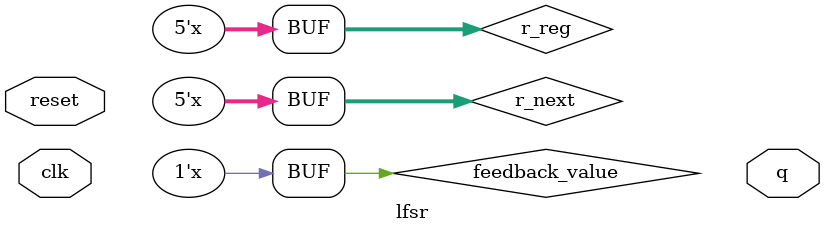
<source format=v>
module lfsr( 
    input clk,
    input reset,
    output [4:0] q
); 
reg [4:0] r_reg;
wire [4:0] r_next;
wire feedback_value;
// on reset set the value of r_reg to 1
// otherwise assign r_next to r_reg
// assign the xor of bit positions 2 and 4 of r_reg to feedback_value
// assign feedback concatenated with 4 most significant bits of r_reg to r_next
// assign r_reg to the output q
always @(clk,reset,r_reg)
begin
    r_next <= r_reg;
    feedback_value <= (r_reg & 3) ^ ((r_reg >> 2) & 1);
    r_reg <= r_reg + 1;
    r_next <= r_reg;
end
endmodule

</source>
